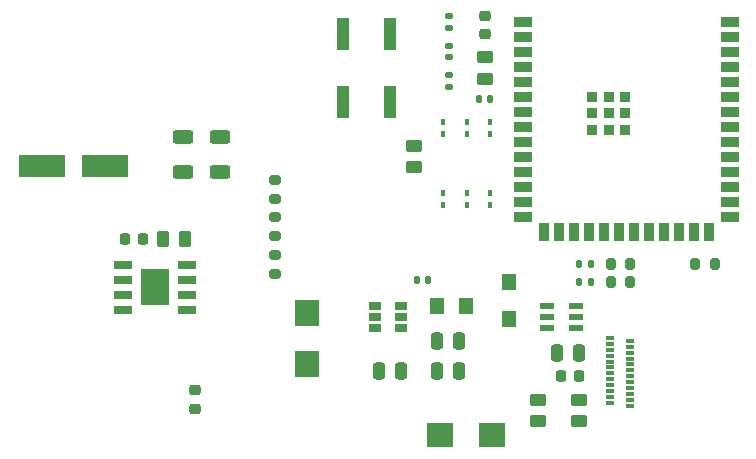
<source format=gbr>
%TF.GenerationSoftware,KiCad,Pcbnew,9.0.0*%
%TF.CreationDate,2025-02-26T09:32:18-04:00*%
%TF.ProjectId,PCB_Control_de_motor,5043425f-436f-46e7-9472-6f6c5f64655f,rev?*%
%TF.SameCoordinates,Original*%
%TF.FileFunction,Paste,Top*%
%TF.FilePolarity,Positive*%
%FSLAX46Y46*%
G04 Gerber Fmt 4.6, Leading zero omitted, Abs format (unit mm)*
G04 Created by KiCad (PCBNEW 9.0.0) date 2025-02-26 09:32:18*
%MOMM*%
%LPD*%
G01*
G04 APERTURE LIST*
G04 Aperture macros list*
%AMRoundRect*
0 Rectangle with rounded corners*
0 $1 Rounding radius*
0 $2 $3 $4 $5 $6 $7 $8 $9 X,Y pos of 4 corners*
0 Add a 4 corners polygon primitive as box body*
4,1,4,$2,$3,$4,$5,$6,$7,$8,$9,$2,$3,0*
0 Add four circle primitives for the rounded corners*
1,1,$1+$1,$2,$3*
1,1,$1+$1,$4,$5*
1,1,$1+$1,$6,$7*
1,1,$1+$1,$8,$9*
0 Add four rect primitives between the rounded corners*
20,1,$1+$1,$2,$3,$4,$5,0*
20,1,$1+$1,$4,$5,$6,$7,0*
20,1,$1+$1,$6,$7,$8,$9,0*
20,1,$1+$1,$8,$9,$2,$3,0*%
G04 Aperture macros list end*
%ADD10R,0.700000X0.300000*%
%ADD11RoundRect,0.140000X-0.140000X-0.170000X0.140000X-0.170000X0.140000X0.170000X-0.140000X0.170000X0*%
%ADD12RoundRect,0.248780X0.261220X0.451220X-0.261220X0.451220X-0.261220X-0.451220X0.261220X-0.451220X0*%
%ADD13R,1.500000X0.900000*%
%ADD14R,0.900000X1.500000*%
%ADD15R,0.900000X0.900000*%
%ADD16RoundRect,0.248780X-0.451220X0.261220X-0.451220X-0.261220X0.451220X-0.261220X0.451220X0.261220X0*%
%ADD17RoundRect,0.200000X0.275000X-0.200000X0.275000X0.200000X-0.275000X0.200000X-0.275000X-0.200000X0*%
%ADD18R,1.525000X0.650000*%
%ADD19R,2.400000X3.100000*%
%ADD20RoundRect,0.225000X0.250000X-0.225000X0.250000X0.225000X-0.250000X0.225000X-0.250000X-0.225000X0*%
%ADD21R,0.320000X0.510000*%
%ADD22RoundRect,0.225000X0.225000X0.250000X-0.225000X0.250000X-0.225000X-0.250000X0.225000X-0.250000X0*%
%ADD23RoundRect,0.248889X0.626111X-0.311111X0.626111X0.311111X-0.626111X0.311111X-0.626111X-0.311111X0*%
%ADD24R,2.150000X2.200000*%
%ADD25R,1.150000X1.375000*%
%ADD26RoundRect,0.250000X-0.250000X-0.475000X0.250000X-0.475000X0.250000X0.475000X-0.250000X0.475000X0*%
%ADD27RoundRect,0.200000X-0.200000X-0.275000X0.200000X-0.275000X0.200000X0.275000X-0.200000X0.275000X0*%
%ADD28RoundRect,0.248780X0.451220X-0.261220X0.451220X0.261220X-0.451220X0.261220X-0.451220X-0.261220X0*%
%ADD29RoundRect,0.140000X0.170000X-0.140000X0.170000X0.140000X-0.170000X0.140000X-0.170000X-0.140000X0*%
%ADD30R,1.000000X2.750000*%
%ADD31RoundRect,0.250000X0.250000X0.475000X-0.250000X0.475000X-0.250000X-0.475000X0.250000X-0.475000X0*%
%ADD32R,1.250000X1.450000*%
%ADD33RoundRect,0.225000X-0.225000X-0.250000X0.225000X-0.250000X0.225000X0.250000X-0.225000X0.250000X0*%
%ADD34R,2.200000X2.150000*%
%ADD35R,4.000000X1.850000*%
%ADD36RoundRect,0.140000X0.140000X0.170000X-0.140000X0.170000X-0.140000X-0.170000X0.140000X-0.170000X0*%
%ADD37R,1.200000X0.600000*%
%ADD38R,1.000000X0.700000*%
G04 APERTURE END LIST*
D10*
%TO.C,USB-C1*%
X178140000Y-110750000D03*
X178140000Y-110250000D03*
X178140000Y-109750000D03*
X178140000Y-109250000D03*
X178140000Y-108750000D03*
X178140000Y-108250000D03*
X178140000Y-107750000D03*
X178140000Y-107250000D03*
X178140000Y-106750000D03*
X178140000Y-106250000D03*
X178140000Y-105750000D03*
X178140000Y-105250000D03*
X179840000Y-105500000D03*
X179840000Y-106000000D03*
X179840000Y-106500000D03*
X179840000Y-107000000D03*
X179840000Y-107500000D03*
X179840000Y-108000000D03*
X179840000Y-108500000D03*
X179840000Y-109000000D03*
X179840000Y-109500000D03*
X179840000Y-110000000D03*
X179840000Y-110500000D03*
X179840000Y-111000000D03*
%TD*%
D11*
%TO.C,R10*%
X167000000Y-85000000D03*
X168000000Y-85000000D03*
%TD*%
D12*
%TO.C,R14*%
X142120000Y-96900000D03*
X140300000Y-96900000D03*
%TD*%
D13*
%TO.C,IC1*%
X170750000Y-78500000D03*
X170750000Y-79770000D03*
X170750000Y-81040000D03*
X170750000Y-82310000D03*
X170750000Y-83580000D03*
X170750000Y-84850000D03*
X170750000Y-86120000D03*
X170750000Y-87390000D03*
X170750000Y-88660000D03*
X170750000Y-89930000D03*
X170750000Y-91200000D03*
X170750000Y-92470000D03*
X170750000Y-93740000D03*
X170750000Y-95010000D03*
D14*
X172515000Y-96260000D03*
X173785000Y-96260000D03*
X175055000Y-96260000D03*
X176325000Y-96260000D03*
X177595000Y-96260000D03*
X178865000Y-96260000D03*
X180135000Y-96260000D03*
X181405000Y-96260000D03*
X182675000Y-96260000D03*
X183945000Y-96260000D03*
X185215000Y-96260000D03*
X186485000Y-96260000D03*
D13*
X188250000Y-95010000D03*
X188250000Y-93740000D03*
X188250000Y-92470000D03*
X188250000Y-91200000D03*
X188250000Y-89930000D03*
X188250000Y-88660000D03*
X188250000Y-87390000D03*
X188250000Y-86120000D03*
X188250000Y-84850000D03*
X188250000Y-83580000D03*
X188250000Y-82310000D03*
X188250000Y-81040000D03*
X188250000Y-79770000D03*
X188250000Y-78500000D03*
D15*
X178000000Y-86220000D03*
X178000000Y-84820000D03*
X176600000Y-84820000D03*
X176600000Y-86220000D03*
X176600000Y-87620000D03*
X178000000Y-87620000D03*
X179400000Y-87620000D03*
X179400000Y-86220000D03*
X179400000Y-84820000D03*
%TD*%
D16*
%TO.C,R5*%
X175500000Y-110500000D03*
X175500000Y-112320000D03*
%TD*%
D17*
%TO.C,R1*%
X149800000Y-93500000D03*
X149800000Y-91860000D03*
%TD*%
D18*
%TO.C,IC3*%
X142324000Y-102855000D03*
X142324000Y-101585000D03*
X142324000Y-100315000D03*
X142324000Y-99045000D03*
X136900000Y-99045000D03*
X136900000Y-100315000D03*
X136900000Y-101585000D03*
X136900000Y-102855000D03*
D19*
X139612000Y-100950000D03*
%TD*%
D20*
%TO.C,C3*%
X167500000Y-79560000D03*
X167500000Y-78000000D03*
%TD*%
D21*
%TO.C,D4*%
X168000000Y-87000000D03*
X168000000Y-88000000D03*
%TD*%
D22*
%TO.C,C2*%
X175500000Y-108500000D03*
X173940000Y-108500000D03*
%TD*%
D23*
%TO.C,R13*%
X142000000Y-91200000D03*
X142000000Y-88280000D03*
%TD*%
D16*
%TO.C,R7*%
X172000000Y-110500000D03*
X172000000Y-112320000D03*
%TD*%
D24*
%TO.C,D7*%
X152500000Y-103100000D03*
X152500000Y-107500000D03*
%TD*%
D25*
%TO.C,D9*%
X169600000Y-100525000D03*
X169600000Y-103675000D03*
%TD*%
D26*
%TO.C,C12*%
X158550000Y-108050000D03*
X160450000Y-108050000D03*
%TD*%
D17*
%TO.C,R2*%
X149800000Y-99840000D03*
X149800000Y-98200000D03*
%TD*%
D27*
%TO.C,R9*%
X178180000Y-99000000D03*
X179820000Y-99000000D03*
%TD*%
D28*
%TO.C,R3*%
X161500000Y-90820000D03*
X161500000Y-89000000D03*
%TD*%
D29*
%TO.C,C4*%
X164500000Y-84000000D03*
X164500000Y-83000000D03*
%TD*%
D21*
%TO.C,D2*%
X168000000Y-93000000D03*
X168000000Y-94000000D03*
%TD*%
D30*
%TO.C,Reset1*%
X155500000Y-85250000D03*
X155500000Y-79500000D03*
X159500000Y-85250000D03*
X159500000Y-79500000D03*
%TD*%
D31*
%TO.C,C15*%
X165350000Y-105550000D03*
X163450000Y-105550000D03*
%TD*%
D32*
%TO.C,L2*%
X163450000Y-102550000D03*
X165950000Y-102550000D03*
%TD*%
D33*
%TO.C,C9*%
X137040000Y-96900000D03*
X138600000Y-96900000D03*
%TD*%
D34*
%TO.C,D8*%
X163700000Y-113500000D03*
X168100000Y-113500000D03*
%TD*%
D35*
%TO.C,C10*%
X135400000Y-90700000D03*
X130000000Y-90700000D03*
%TD*%
D36*
%TO.C,C7*%
X176500000Y-100500000D03*
X175500000Y-100500000D03*
%TD*%
D23*
%TO.C,R12*%
X145100000Y-91200000D03*
X145100000Y-88280000D03*
%TD*%
D20*
%TO.C,C11*%
X143000000Y-111260000D03*
X143000000Y-109700000D03*
%TD*%
D37*
%TO.C,IC2*%
X172750000Y-102550000D03*
X172750000Y-103500000D03*
X172750000Y-104450000D03*
X175250000Y-104450000D03*
X175250000Y-103500000D03*
X175250000Y-102550000D03*
%TD*%
D29*
%TO.C,C8*%
X164500000Y-81500000D03*
X164500000Y-80500000D03*
%TD*%
D38*
%TO.C,IC4*%
X158252000Y-102550000D03*
X158252000Y-103500000D03*
X158252000Y-104450000D03*
X160450000Y-104450000D03*
X160450000Y-103500000D03*
X160450000Y-102550000D03*
%TD*%
D21*
%TO.C,D3*%
X166000000Y-93000000D03*
X166000000Y-94000000D03*
%TD*%
%TO.C,D6*%
X164000000Y-87000000D03*
X164000000Y-88000000D03*
%TD*%
%TO.C,D1*%
X164000000Y-93000000D03*
X164000000Y-94000000D03*
%TD*%
D27*
%TO.C,R8*%
X178180000Y-100500000D03*
X179820000Y-100500000D03*
%TD*%
D17*
%TO.C,R4*%
X149800000Y-96640000D03*
X149800000Y-95000000D03*
%TD*%
D36*
%TO.C,C5*%
X176500000Y-99000000D03*
X175500000Y-99000000D03*
%TD*%
D29*
%TO.C,C6*%
X164500000Y-79000000D03*
X164500000Y-78000000D03*
%TD*%
D11*
%TO.C,C13*%
X161750000Y-100350000D03*
X162750000Y-100350000D03*
%TD*%
D31*
%TO.C,C1*%
X175500000Y-106500000D03*
X173600000Y-106500000D03*
%TD*%
D16*
%TO.C,R11*%
X167500000Y-81500000D03*
X167500000Y-83320000D03*
%TD*%
D31*
%TO.C,C14*%
X165350000Y-108050000D03*
X163450000Y-108050000D03*
%TD*%
D21*
%TO.C,D5*%
X166000000Y-87000000D03*
X166000000Y-88000000D03*
%TD*%
D27*
%TO.C,R6*%
X185360000Y-99000000D03*
X187000000Y-99000000D03*
%TD*%
M02*

</source>
